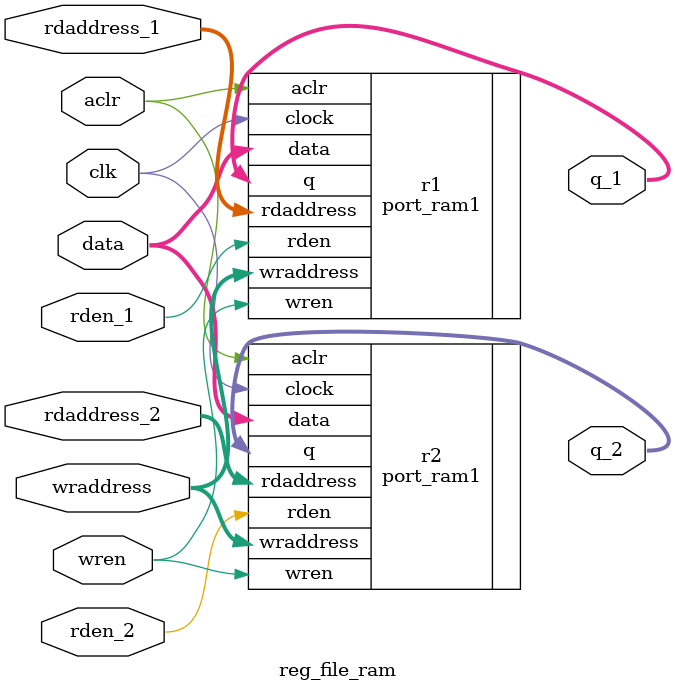
<source format=v>
module reg_file_ram(
input	  		 clk, aclr,
input	  		 wren,
input	[3:0]  wraddress,
input	[7:0]  data,

input	  		 rden_1, rden_2,
input	[3:0]  rdaddress_1, rdaddress_2,
output[7:0]  q_1, q_2
);

port_ram1 r1(
	.clock(clk),
	.aclr(aclr),
	
	.wren(wren),
	.wraddress(wraddress),
	.data(data),
	
	.rden(rden_1),
	.rdaddress(rdaddress_1),
	.q(q_1));
	
port_ram1 r2(
	.clock(clk),
	.aclr(aclr),
	
	.wren(wren),
	.wraddress(wraddress),
	.data(data),
	
	.rden(rden_2),
	.rdaddress(rdaddress_2),
	.q(q_2));

endmodule

</source>
